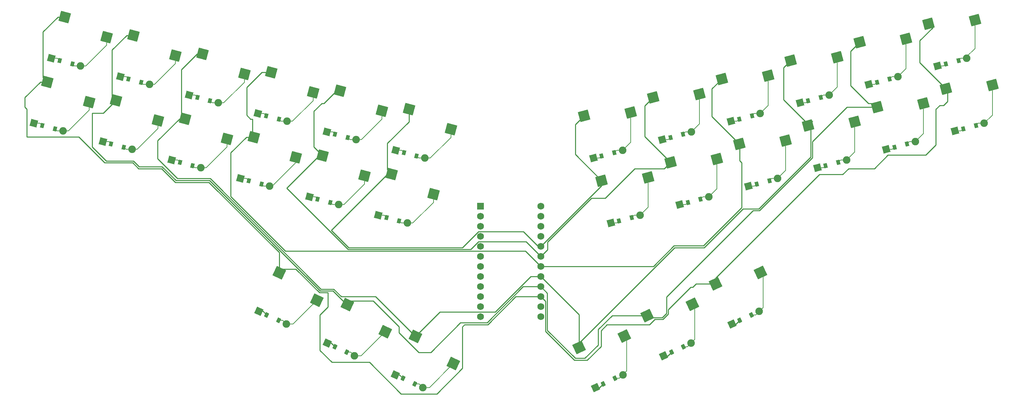
<source format=gbr>
%TF.GenerationSoftware,KiCad,Pcbnew,8.0.1*%
%TF.CreationDate,2024-08-13T22:00:52-05:00*%
%TF.ProjectId,tonyverse,746f6e79-7665-4727-9365-2e6b69636164,v1.0.0*%
%TF.SameCoordinates,Original*%
%TF.FileFunction,Copper,L2,Bot*%
%TF.FilePolarity,Positive*%
%FSLAX46Y46*%
G04 Gerber Fmt 4.6, Leading zero omitted, Abs format (unit mm)*
G04 Created by KiCad (PCBNEW 8.0.1) date 2024-08-13 22:00:52*
%MOMM*%
%LPD*%
G01*
G04 APERTURE LIST*
G04 Aperture macros list*
%AMRotRect*
0 Rectangle, with rotation*
0 The origin of the aperture is its center*
0 $1 length*
0 $2 width*
0 $3 Rotation angle, in degrees counterclockwise*
0 Add horizontal line*
21,1,$1,$2,0,0,$3*%
G04 Aperture macros list end*
%TA.AperFunction,SMDPad,CuDef*%
%ADD10RotRect,2.600000X2.600000X335.000000*%
%TD*%
%TA.AperFunction,ComponentPad*%
%ADD11RotRect,1.778000X1.778000X345.000000*%
%TD*%
%TA.AperFunction,SMDPad,CuDef*%
%ADD12RotRect,0.900000X1.200000X345.000000*%
%TD*%
%TA.AperFunction,ComponentPad*%
%ADD13C,1.905000*%
%TD*%
%TA.AperFunction,SMDPad,CuDef*%
%ADD14RotRect,2.600000X2.600000X15.000000*%
%TD*%
%TA.AperFunction,ComponentPad*%
%ADD15RotRect,1.778000X1.778000X15.000000*%
%TD*%
%TA.AperFunction,SMDPad,CuDef*%
%ADD16RotRect,0.900000X1.200000X15.000000*%
%TD*%
%TA.AperFunction,ComponentPad*%
%ADD17RotRect,1.778000X1.778000X335.000000*%
%TD*%
%TA.AperFunction,SMDPad,CuDef*%
%ADD18RotRect,0.900000X1.200000X335.000000*%
%TD*%
%TA.AperFunction,ComponentPad*%
%ADD19RotRect,1.778000X1.778000X25.000000*%
%TD*%
%TA.AperFunction,SMDPad,CuDef*%
%ADD20RotRect,0.900000X1.200000X25.000000*%
%TD*%
%TA.AperFunction,SMDPad,CuDef*%
%ADD21RotRect,2.600000X2.600000X345.000000*%
%TD*%
%TA.AperFunction,SMDPad,CuDef*%
%ADD22RotRect,2.600000X2.600000X25.000000*%
%TD*%
%TA.AperFunction,ComponentPad*%
%ADD23R,1.752600X1.752600*%
%TD*%
%TA.AperFunction,ComponentPad*%
%ADD24C,1.752600*%
%TD*%
%TA.AperFunction,Conductor*%
%ADD25C,0.200000*%
%TD*%
%TA.AperFunction,Conductor*%
%ADD26C,0.250000*%
%TD*%
G04 APERTURE END LIST*
D10*
%TO.P,S13,1*%
%TO.N,P7*%
X116714415Y-169903992D03*
%TO.P,S13,2*%
%TO.N,near_thumb*%
X126252509Y-176779110D03*
%TD*%
D11*
%TO.P,D7,1*%
%TO.N,P20*%
X106952970Y-145991032D03*
D12*
X109039369Y-146550084D03*
%TO.P,D7,2*%
%TO.N,middle_bottom*%
X112226925Y-147404184D03*
D13*
X114313324Y-147963236D03*
%TD*%
D14*
%TO.P,S16,1*%
%TO.N,P7*%
X285063868Y-123271650D03*
%TO.P,S16,2*%
%TO.N,mirror_pinky_bottom*%
X296789713Y-122407327D03*
%TD*%
D11*
%TO.P,D8,1*%
%TO.N,P21*%
X111352894Y-129570293D03*
D12*
X113439293Y-130129345D03*
%TO.P,D8,2*%
%TO.N,middle_top*%
X116626849Y-130983445D03*
D13*
X118713248Y-131542497D03*
%TD*%
D15*
%TO.P,D24,1*%
%TO.N,P0*%
X217834506Y-152621979D03*
D16*
X219920905Y-152062927D03*
%TO.P,D24,2*%
%TO.N,mirror_index_bottom*%
X223108461Y-151208827D03*
D13*
X225194860Y-150649775D03*
%TD*%
D14*
%TO.P,S21,1*%
%TO.N,P5*%
X245890614Y-116168397D03*
%TO.P,S21,2*%
%TO.N,mirror_better_top*%
X257616459Y-115304074D03*
%TD*%
D17*
%TO.P,D15,1*%
%TO.N,P10*%
X146041566Y-195661455D03*
D18*
X147999191Y-196574311D03*
%TO.P,D15,2*%
%TO.N,far_thumb*%
X150990007Y-197968951D03*
D13*
X152947632Y-198881807D03*
%TD*%
D19*
%TO.P,D28,1*%
%TO.N,P9*%
X231026559Y-182822313D03*
D20*
X232984184Y-181909457D03*
%TO.P,D28,2*%
%TO.N,mirror_near_thumb*%
X235975000Y-180514817D03*
D13*
X237932625Y-179601961D03*
%TD*%
D21*
%TO.P,S4,1*%
%TO.N,P6*%
X79930403Y-109814389D03*
%TO.P,S4,2*%
%TO.N,ring_top*%
X90517445Y-114928786D03*
%TD*%
D15*
%TO.P,D20,1*%
%TO.N,P0*%
X252607836Y-143304493D03*
D16*
X254694235Y-142745441D03*
%TO.P,D20,2*%
%TO.N,mirror_better_bottom*%
X257881791Y-141891341D03*
D13*
X259968190Y-141332289D03*
%TD*%
D21*
%TO.P,S10,1*%
%TO.N,P3*%
X132090397Y-123790618D03*
%TO.P,S10,2*%
%TO.N,index_top*%
X142677439Y-128905015D03*
%TD*%
D15*
%TO.P,D16,1*%
%TO.N,P0*%
X287381166Y-133987008D03*
D16*
X289467565Y-133427956D03*
%TO.P,D16,2*%
%TO.N,mirror_pinky_bottom*%
X292655121Y-132573856D03*
D13*
X294741520Y-132014804D03*
%TD*%
D17*
%TO.P,D14,1*%
%TO.N,P10*%
X128821718Y-187631708D03*
D18*
X130779343Y-188544564D03*
%TO.P,D14,2*%
%TO.N,home_thumb*%
X133770159Y-189939204D03*
D13*
X135727784Y-190852060D03*
%TD*%
D14*
%TO.P,S24,1*%
%TO.N,P3*%
X215517208Y-141906622D03*
%TO.P,S24,2*%
%TO.N,mirror_index_bottom*%
X227243053Y-141042299D03*
%TD*%
D13*
%TO.P,D1,2*%
%TO.N,pinky_bottom*%
X62153330Y-133987008D03*
D12*
X60066931Y-133427956D03*
%TO.P,D1,1*%
%TO.N,P20*%
X56879375Y-132573856D03*
D11*
X54792976Y-132014804D03*
%TD*%
D21*
%TO.P,S8,1*%
%TO.N,P4*%
X114703732Y-119131875D03*
%TO.P,S8,2*%
%TO.N,middle_top*%
X125290774Y-124246272D03*
%TD*%
D14*
%TO.P,S27,1*%
%TO.N,P2*%
X193730619Y-130144625D03*
%TO.P,S27,2*%
%TO.N,mirror_inner_top*%
X205456464Y-129280302D03*
%TD*%
D22*
%TO.P,S30,1*%
%TO.N,P5*%
X192444068Y-188731635D03*
%TO.P,S30,2*%
%TO.N,mirror_far_thumb*%
X203841683Y-185844272D03*
%TD*%
D15*
%TO.P,D18,1*%
%TO.N,P0*%
X269994501Y-138645750D03*
D16*
X272080900Y-138086698D03*
%TO.P,D18,2*%
%TO.N,mirror_ring_bottom*%
X275268456Y-137232598D03*
D13*
X277354855Y-136673546D03*
%TD*%
D15*
%TO.P,D21,1*%
%TO.N,P1*%
X248207912Y-126883754D03*
D16*
X250294311Y-126324702D03*
%TO.P,D21,2*%
%TO.N,mirror_better_top*%
X253481867Y-125470602D03*
D13*
X255568266Y-124911550D03*
%TD*%
D10*
%TO.P,S15,1*%
%TO.N,P5*%
X151154111Y-185963486D03*
%TO.P,S15,2*%
%TO.N,far_thumb*%
X160692205Y-192838604D03*
%TD*%
D21*
%TO.P,S9,1*%
%TO.N,P3*%
X127690473Y-140211357D03*
%TO.P,S9,2*%
%TO.N,index_bottom*%
X138277515Y-145325754D03*
%TD*%
%TO.P,S6,1*%
%TO.N,P5*%
X97317067Y-114473132D03*
%TO.P,S6,2*%
%TO.N,better_top*%
X107904109Y-119587529D03*
%TD*%
D11*
%TO.P,D12,1*%
%TO.N,P21*%
X146126224Y-138887779D03*
D12*
X148212623Y-139446831D03*
%TO.P,D12,2*%
%TO.N,inner_top*%
X151400179Y-140300931D03*
D13*
X153486578Y-140859983D03*
%TD*%
D15*
%TO.P,D27,1*%
%TO.N,P1*%
X196047918Y-140859983D03*
D16*
X198134317Y-140300931D03*
%TO.P,D27,2*%
%TO.N,mirror_inner_top*%
X201321873Y-139446831D03*
D13*
X203408272Y-138887779D03*
%TD*%
D23*
%TO.P,MCU1,1*%
%TO.N,RAW*%
X167527270Y-153037123D03*
D24*
%TO.P,MCU1,2*%
%TO.N,GND*%
X167527270Y-155577123D03*
%TO.P,MCU1,3*%
%TO.N,RST*%
X167527270Y-158117123D03*
%TO.P,MCU1,4*%
%TO.N,VCC*%
X167527270Y-160657123D03*
%TO.P,MCU1,5*%
%TO.N,P21*%
X167527270Y-163197123D03*
%TO.P,MCU1,6*%
%TO.N,P20*%
X167527270Y-165737123D03*
%TO.P,MCU1,7*%
%TO.N,P19*%
X167527270Y-168277123D03*
%TO.P,MCU1,8*%
%TO.N,P18*%
X167527270Y-170817123D03*
%TO.P,MCU1,9*%
%TO.N,P15*%
X167527270Y-173357123D03*
%TO.P,MCU1,10*%
%TO.N,P14*%
X167527270Y-175897123D03*
%TO.P,MCU1,11*%
%TO.N,P16*%
X167527270Y-178437123D03*
%TO.P,MCU1,12*%
%TO.N,P10*%
X167527270Y-180977123D03*
%TO.P,MCU1,13*%
%TO.N,P1*%
X182767270Y-153037123D03*
%TO.P,MCU1,14*%
%TO.N,P0*%
X182767270Y-155577123D03*
%TO.P,MCU1,15*%
%TO.N,GND*%
X182767270Y-158117123D03*
%TO.P,MCU1,16*%
X182767270Y-160657123D03*
%TO.P,MCU1,17*%
%TO.N,P2*%
X182767270Y-163197123D03*
%TO.P,MCU1,18*%
%TO.N,P3*%
X182767270Y-165737123D03*
%TO.P,MCU1,19*%
%TO.N,P4*%
X182767270Y-168277123D03*
%TO.P,MCU1,20*%
%TO.N,P5*%
X182767270Y-170817123D03*
%TO.P,MCU1,21*%
%TO.N,P6*%
X182767270Y-173357123D03*
%TO.P,MCU1,22*%
%TO.N,P7*%
X182767270Y-175897123D03*
%TO.P,MCU1,23*%
%TO.N,P8*%
X182767270Y-178437123D03*
%TO.P,MCU1,24*%
%TO.N,P9*%
X182767270Y-180977123D03*
%TD*%
D21*
%TO.P,S11,1*%
%TO.N,P2*%
X145077138Y-144870100D03*
%TO.P,S11,2*%
%TO.N,inner_bottom*%
X155664180Y-149984497D03*
%TD*%
%TO.P,S2,1*%
%TO.N,P7*%
X62543737Y-105155646D03*
%TO.P,S2,2*%
%TO.N,pinky_top*%
X73130779Y-110270043D03*
%TD*%
%TO.P,S7,1*%
%TO.N,P4*%
X110303808Y-135552614D03*
%TO.P,S7,2*%
%TO.N,middle_bottom*%
X120890850Y-140667011D03*
%TD*%
%TO.P,S1,1*%
%TO.N,P7*%
X58143814Y-121576385D03*
%TO.P,S1,2*%
%TO.N,pinky_bottom*%
X68730856Y-126690782D03*
%TD*%
D15*
%TO.P,D26,1*%
%TO.N,P0*%
X200447841Y-157280722D03*
D16*
X202534240Y-156721670D03*
%TO.P,D26,2*%
%TO.N,mirror_inner_bottom*%
X205721796Y-155867570D03*
D13*
X207808195Y-155308518D03*
%TD*%
D11*
%TO.P,D4,1*%
%TO.N,P21*%
X76579564Y-120252807D03*
D12*
X78665963Y-120811859D03*
%TO.P,D4,2*%
%TO.N,ring_top*%
X81853519Y-121665959D03*
D13*
X83939918Y-122225011D03*
%TD*%
D14*
%TO.P,S26,1*%
%TO.N,P2*%
X198130543Y-146565365D03*
%TO.P,S26,2*%
%TO.N,mirror_inner_bottom*%
X209856388Y-145701042D03*
%TD*%
%TO.P,S19,1*%
%TO.N,P6*%
X263277279Y-111509654D03*
%TO.P,S19,2*%
%TO.N,mirror_ring_top*%
X275003124Y-110645331D03*
%TD*%
D15*
%TO.P,D17,1*%
%TO.N,P1*%
X282981242Y-117566268D03*
D16*
X285067641Y-117007216D03*
%TO.P,D17,2*%
%TO.N,mirror_pinky_top*%
X288255197Y-116153116D03*
D13*
X290341596Y-115594064D03*
%TD*%
D11*
%TO.P,D2,1*%
%TO.N,P21*%
X59192899Y-115594064D03*
D12*
X61279298Y-116153116D03*
%TO.P,D2,2*%
%TO.N,pinky_top*%
X64466854Y-117007216D03*
D13*
X66553253Y-117566268D03*
%TD*%
D11*
%TO.P,D3,1*%
%TO.N,P20*%
X72179641Y-136673546D03*
D12*
X74266040Y-137232598D03*
%TO.P,D3,2*%
%TO.N,ring_bottom*%
X77453596Y-138086698D03*
D13*
X79539995Y-138645750D03*
%TD*%
D17*
%TO.P,D13,1*%
%TO.N,P10*%
X111601870Y-179601961D03*
D18*
X113559495Y-180514817D03*
%TO.P,D13,2*%
%TO.N,near_thumb*%
X116550311Y-181909457D03*
D13*
X118507936Y-182822313D03*
%TD*%
D21*
%TO.P,S5,1*%
%TO.N,P5*%
X92917143Y-130893871D03*
%TO.P,S5,2*%
%TO.N,better_bottom*%
X103504185Y-136008268D03*
%TD*%
D14*
%TO.P,S25,1*%
%TO.N,P3*%
X211117284Y-125485883D03*
%TO.P,S25,2*%
%TO.N,mirror_index_top*%
X222843129Y-124621560D03*
%TD*%
D10*
%TO.P,S14,1*%
%TO.N,P6*%
X133934263Y-177933739D03*
%TO.P,S14,2*%
%TO.N,home_thumb*%
X143472357Y-184808857D03*
%TD*%
D15*
%TO.P,D19,1*%
%TO.N,P1*%
X265594577Y-122225011D03*
D16*
X267680976Y-121665959D03*
%TO.P,D19,2*%
%TO.N,mirror_ring_top*%
X270868532Y-120811859D03*
D13*
X272954931Y-120252807D03*
%TD*%
D15*
%TO.P,D23,1*%
%TO.N,P1*%
X230821247Y-131542497D03*
D16*
X232907646Y-130983445D03*
%TO.P,D23,2*%
%TO.N,mirror_middle_top*%
X236095202Y-130129345D03*
D13*
X238181601Y-129570293D03*
%TD*%
D14*
%TO.P,S20,1*%
%TO.N,P5*%
X250290538Y-132589136D03*
%TO.P,S20,2*%
%TO.N,mirror_better_bottom*%
X262016383Y-131724813D03*
%TD*%
%TO.P,S22,1*%
%TO.N,P4*%
X232903873Y-137247879D03*
%TO.P,S22,2*%
%TO.N,mirror_middle_bottom*%
X244629718Y-136383556D03*
%TD*%
D21*
%TO.P,S12,1*%
%TO.N,P2*%
X149477062Y-128449360D03*
%TO.P,S12,2*%
%TO.N,inner_top*%
X160064104Y-133563757D03*
%TD*%
D11*
%TO.P,D10,1*%
%TO.N,P21*%
X128739559Y-134229036D03*
D12*
X130825958Y-134788088D03*
%TO.P,D10,2*%
%TO.N,index_top*%
X134013514Y-135642188D03*
D13*
X136099913Y-136201240D03*
%TD*%
D21*
%TO.P,S3,1*%
%TO.N,P6*%
X75530479Y-126235128D03*
%TO.P,S3,2*%
%TO.N,ring_bottom*%
X86117521Y-131349525D03*
%TD*%
D15*
%TO.P,D25,1*%
%TO.N,P1*%
X213434582Y-136201240D03*
D16*
X215520981Y-135642188D03*
%TO.P,D25,2*%
%TO.N,mirror_index_top*%
X218708537Y-134788088D03*
D13*
X220794936Y-134229036D03*
%TD*%
D22*
%TO.P,S28,1*%
%TO.N,P7*%
X226883764Y-172672141D03*
%TO.P,S28,2*%
%TO.N,mirror_near_thumb*%
X238281379Y-169784778D03*
%TD*%
D19*
%TO.P,D30,1*%
%TO.N,P9*%
X196586863Y-198881807D03*
D20*
X198544488Y-197968951D03*
%TO.P,D30,2*%
%TO.N,mirror_far_thumb*%
X201535304Y-196574311D03*
D13*
X203492929Y-195661455D03*
%TD*%
D14*
%TO.P,S18,1*%
%TO.N,P6*%
X267677203Y-127930393D03*
%TO.P,S18,2*%
%TO.N,mirror_ring_bottom*%
X279403048Y-127066070D03*
%TD*%
D11*
%TO.P,D5,1*%
%TO.N,P20*%
X89566305Y-141332289D03*
D12*
X91652704Y-141891341D03*
%TO.P,D5,2*%
%TO.N,better_bottom*%
X94840260Y-142745441D03*
D13*
X96926659Y-143304493D03*
%TD*%
D15*
%TO.P,D22,1*%
%TO.N,P0*%
X235221171Y-147963236D03*
D16*
X237307570Y-147404184D03*
%TO.P,D22,2*%
%TO.N,mirror_middle_bottom*%
X240495126Y-146550084D03*
D13*
X242581525Y-145991032D03*
%TD*%
D14*
%TO.P,S17,1*%
%TO.N,P7*%
X280663944Y-106850911D03*
%TO.P,S17,2*%
%TO.N,mirror_pinky_top*%
X292389789Y-105986588D03*
%TD*%
D11*
%TO.P,D6,1*%
%TO.N,P21*%
X93966229Y-124911550D03*
D12*
X96052628Y-125470602D03*
%TO.P,D6,2*%
%TO.N,better_top*%
X99240184Y-126324702D03*
D13*
X101326583Y-126883754D03*
%TD*%
D19*
%TO.P,D29,1*%
%TO.N,P9*%
X213806711Y-190852060D03*
D20*
X215764336Y-189939204D03*
%TO.P,D29,2*%
%TO.N,mirror_home_thumb*%
X218755152Y-188544564D03*
D13*
X220712777Y-187631708D03*
%TD*%
D14*
%TO.P,S23,1*%
%TO.N,P4*%
X228503949Y-120827140D03*
%TO.P,S23,2*%
%TO.N,mirror_middle_top*%
X240229794Y-119962817D03*
%TD*%
D22*
%TO.P,S29,1*%
%TO.N,P6*%
X209663916Y-180701888D03*
%TO.P,S29,2*%
%TO.N,mirror_home_thumb*%
X221061531Y-177814525D03*
%TD*%
D11*
%TO.P,D9,1*%
%TO.N,P20*%
X124339635Y-150649775D03*
D12*
X126426034Y-151208827D03*
%TO.P,D9,2*%
%TO.N,index_bottom*%
X129613590Y-152062927D03*
D13*
X131699989Y-152621979D03*
%TD*%
D11*
%TO.P,D11,1*%
%TO.N,P20*%
X141726300Y-155308518D03*
D12*
X143812699Y-155867570D03*
%TO.P,D11,2*%
%TO.N,inner_bottom*%
X147000255Y-156721670D03*
D13*
X149086654Y-157280722D03*
%TD*%
D25*
%TO.N,mirror_pinky_bottom*%
X293214173Y-132014804D02*
X294741520Y-132014804D01*
X292655121Y-132573856D02*
X293214173Y-132014804D01*
D26*
%TO.N,P3*%
X213923830Y-143500000D02*
X215517208Y-141906622D01*
X199000000Y-151000000D02*
X206500000Y-143500000D01*
X195600789Y-151000000D02*
X199000000Y-151000000D01*
X184500000Y-164004393D02*
X184500000Y-162100789D01*
X184500000Y-162100789D02*
X195600789Y-151000000D01*
X206500000Y-143500000D02*
X213923830Y-143500000D01*
X182767270Y-165737123D02*
X184500000Y-164004393D01*
D25*
%TO.N,P1*%
X284508589Y-117566268D02*
X285067641Y-117007216D01*
X282981242Y-117566268D02*
X284508589Y-117566268D01*
%TO.N,mirror_better_bottom*%
X262016383Y-139284096D02*
X262016383Y-131724813D01*
X259968190Y-141332289D02*
X262016383Y-139284096D01*
D26*
%TO.N,P6*%
X260069607Y-127930393D02*
X267677203Y-127930393D01*
X251357226Y-140779170D02*
X251357226Y-136642774D01*
X236357373Y-154142627D02*
X237993769Y-154142627D01*
X214507074Y-175992926D02*
X236357373Y-154142627D01*
X251357226Y-136642774D02*
X260069607Y-127930393D01*
X214507074Y-180094464D02*
X214507074Y-175992926D01*
X210154842Y-181192814D02*
X213408724Y-181192814D01*
X209663916Y-180701888D02*
X210154842Y-181192814D01*
X213408724Y-181192814D02*
X214507074Y-180094464D01*
X237993769Y-154142627D02*
X251357226Y-140779170D01*
D25*
%TO.N,P1*%
X267121924Y-122225011D02*
X267680976Y-121665959D01*
X265594577Y-122225011D02*
X267121924Y-122225011D01*
%TO.N,mirror_ring_top*%
X275003124Y-118204614D02*
X275003124Y-110645331D01*
X272954931Y-120252807D02*
X275003124Y-118204614D01*
X270868532Y-120811859D02*
X271427584Y-120252807D01*
X271427584Y-120252807D02*
X272954931Y-120252807D01*
%TO.N,mirror_pinky_top*%
X292389789Y-113110211D02*
X292389789Y-105986588D01*
X290341596Y-115158404D02*
X292389789Y-113110211D01*
X290341596Y-115594064D02*
X290341596Y-115158404D01*
X288814249Y-115594064D02*
X290341596Y-115594064D01*
X288255197Y-116153116D02*
X288814249Y-115594064D01*
%TO.N,mirror_pinky_bottom*%
X296789713Y-129966611D02*
X296789713Y-122407327D01*
X294741520Y-132014804D02*
X296789713Y-129966611D01*
%TO.N,P0*%
X288908513Y-133987008D02*
X289467565Y-133427956D01*
X287381166Y-133987008D02*
X288908513Y-133987008D01*
%TO.N,mirror_better_bottom*%
X257881791Y-141891341D02*
X258440843Y-141332289D01*
X258440843Y-141332289D02*
X259968190Y-141332289D01*
%TO.N,P0*%
X254135183Y-143304493D02*
X254694235Y-142745441D01*
X252607836Y-143304493D02*
X254135183Y-143304493D01*
%TO.N,mirror_ring_bottom*%
X279403048Y-134625353D02*
X279403048Y-127066070D01*
X277354855Y-136673546D02*
X279403048Y-134625353D01*
X275827508Y-136673546D02*
X277354855Y-136673546D01*
X275268456Y-137232598D02*
X275827508Y-136673546D01*
%TO.N,P0*%
X271521848Y-138645750D02*
X272080900Y-138086698D01*
X269994501Y-138645750D02*
X271521848Y-138645750D01*
D26*
%TO.N,P7*%
X283500000Y-127500000D02*
X284500000Y-127500000D01*
X282500000Y-128500000D02*
X283500000Y-127500000D01*
X282500000Y-137500000D02*
X282500000Y-128500000D01*
X279940452Y-140059548D02*
X282500000Y-137500000D01*
X267000000Y-143500000D02*
X270440452Y-140059548D01*
X260500000Y-143500000D02*
X267000000Y-143500000D01*
X253121514Y-145000000D02*
X259000000Y-145000000D01*
X259000000Y-145000000D02*
X260500000Y-143500000D01*
X226883764Y-171237750D02*
X253121514Y-145000000D01*
X226883764Y-172672141D02*
X226883764Y-171237750D01*
X270440452Y-140059548D02*
X279940452Y-140059548D01*
D25*
%TO.N,mirror_better_top*%
X257616459Y-122863357D02*
X257616459Y-115304074D01*
X255568266Y-124911550D02*
X257616459Y-122863357D01*
X254040919Y-124911550D02*
X255568266Y-124911550D01*
X253481867Y-125470602D02*
X254040919Y-124911550D01*
%TO.N,P1*%
X249735259Y-126883754D02*
X250294311Y-126324702D01*
X248207912Y-126883754D02*
X249735259Y-126883754D01*
%TO.N,mirror_middle_top*%
X240229794Y-127522100D02*
X240229794Y-119962817D01*
X238181601Y-129570293D02*
X240229794Y-127522100D01*
X236095202Y-130129345D02*
X236654254Y-129570293D01*
X236654254Y-129570293D02*
X238181601Y-129570293D01*
%TO.N,P1*%
X232348594Y-131542497D02*
X232907646Y-130983445D01*
X230821247Y-131542497D02*
X232348594Y-131542497D01*
%TO.N,mirror_middle_bottom*%
X242581525Y-145991032D02*
X244629718Y-143942839D01*
X244629718Y-143942839D02*
X244629718Y-136383556D01*
X241054178Y-145991032D02*
X242581525Y-145991032D01*
X240495126Y-146550084D02*
X241054178Y-145991032D01*
%TO.N,P0*%
X236748518Y-147963236D02*
X237307570Y-147404184D01*
X235221171Y-147963236D02*
X236748518Y-147963236D01*
%TO.N,mirror_index_bottom*%
X227243053Y-148601582D02*
X227243053Y-141042299D01*
X225194860Y-150649775D02*
X227243053Y-148601582D01*
D26*
%TO.N,P4*%
X211194618Y-168277123D02*
X182767270Y-168277123D01*
X233520561Y-153343043D02*
X223813604Y-163050000D01*
X223813604Y-163050000D02*
X216421741Y-163050000D01*
X233520561Y-142020561D02*
X233520561Y-153343043D01*
X233000000Y-141500000D02*
X233520561Y-142020561D01*
X233000000Y-137344006D02*
X233000000Y-141500000D01*
X216421741Y-163050000D02*
X211194618Y-168277123D01*
X232903873Y-137247879D02*
X233000000Y-137344006D01*
D25*
%TO.N,mirror_index_bottom*%
X223667513Y-150649775D02*
X225194860Y-150649775D01*
X223108461Y-151208827D02*
X223667513Y-150649775D01*
%TO.N,P0*%
X219361853Y-152621979D02*
X219920905Y-152062927D01*
X217834506Y-152621979D02*
X219361853Y-152621979D01*
%TO.N,mirror_index_top*%
X220794936Y-134229036D02*
X222843129Y-132180843D01*
X222843129Y-132180843D02*
X222843129Y-124621560D01*
X219267589Y-134229036D02*
X220794936Y-134229036D01*
X218708537Y-134788088D02*
X219267589Y-134229036D01*
%TO.N,P1*%
X214961929Y-136201240D02*
X215520981Y-135642188D01*
X213434582Y-136201240D02*
X214961929Y-136201240D01*
%TO.N,mirror_inner_top*%
X205456464Y-136839587D02*
X205456464Y-129280302D01*
X203408272Y-138887779D02*
X205456464Y-136839587D01*
X201880925Y-138887779D02*
X203408272Y-138887779D01*
X201321873Y-139446831D02*
X201880925Y-138887779D01*
%TO.N,P1*%
X197575265Y-140859983D02*
X198134317Y-140300931D01*
X196047918Y-140859983D02*
X197575265Y-140859983D01*
%TO.N,mirror_inner_bottom*%
X209856388Y-153260325D02*
X209856388Y-145701042D01*
X207808195Y-155308518D02*
X209856388Y-153260325D01*
X206280848Y-155308518D02*
X207808195Y-155308518D01*
X205721796Y-155867570D02*
X206280848Y-155308518D01*
%TO.N,P0*%
X201975188Y-157280722D02*
X202534240Y-156721670D01*
X200447841Y-157280722D02*
X201975188Y-157280722D01*
%TO.N,mirror_near_thumb*%
X238885125Y-178649461D02*
X238885125Y-170388524D01*
X237932625Y-179601961D02*
X238885125Y-178649461D01*
X238885125Y-170388524D02*
X238281379Y-169784778D01*
X237019769Y-180514817D02*
X237932625Y-179601961D01*
X235975000Y-180514817D02*
X237019769Y-180514817D01*
D26*
%TO.N,P9*%
X232071328Y-182822313D02*
X232984184Y-181909457D01*
X231026559Y-182822313D02*
X232071328Y-182822313D01*
D25*
%TO.N,mirror_home_thumb*%
X221665277Y-178418271D02*
X221061531Y-177814525D01*
X220712777Y-187631708D02*
X221665277Y-186679208D01*
X221665277Y-186679208D02*
X221665277Y-178418271D01*
D26*
%TO.N,P7*%
X221968181Y-172672141D02*
X226883764Y-172672141D01*
X220636396Y-173500000D02*
X221140322Y-173500000D01*
X214957074Y-179179322D02*
X220636396Y-173500000D01*
X213595120Y-181642814D02*
X214957074Y-180280860D01*
X210181824Y-183000000D02*
X211539010Y-181642814D01*
X199500000Y-183000000D02*
X210181824Y-183000000D01*
X198000000Y-184500000D02*
X199500000Y-183000000D01*
X211539010Y-181642814D02*
X213595120Y-181642814D01*
X198000000Y-188500000D02*
X198000000Y-184500000D01*
X214957074Y-180280860D02*
X214957074Y-179179322D01*
X191250000Y-192000000D02*
X194500000Y-192000000D01*
X183968570Y-184718570D02*
X191250000Y-192000000D01*
X194500000Y-192000000D02*
X198000000Y-188500000D01*
X221140322Y-173500000D02*
X221968181Y-172672141D01*
X182767270Y-175897123D02*
X183968570Y-177098423D01*
X183968570Y-177098423D02*
X183968570Y-184718570D01*
D25*
%TO.N,mirror_home_thumb*%
X219799921Y-188544564D02*
X220712777Y-187631708D01*
X218755152Y-188544564D02*
X219799921Y-188544564D01*
D26*
%TO.N,P9*%
X214851480Y-190852060D02*
X215764336Y-189939204D01*
X213806711Y-190852060D02*
X214851480Y-190852060D01*
D25*
%TO.N,mirror_far_thumb*%
X204445429Y-186448018D02*
X203841683Y-185844272D01*
X204445429Y-194708955D02*
X204445429Y-186448018D01*
X203492929Y-195661455D02*
X204445429Y-194708955D01*
X202580073Y-196574311D02*
X203492929Y-195661455D01*
X201535304Y-196574311D02*
X202580073Y-196574311D01*
D26*
%TO.N,P9*%
X197631632Y-198881807D02*
X198544488Y-197968951D01*
X196586863Y-198881807D02*
X197631632Y-198881807D01*
%TO.N,P6*%
X200798112Y-180701888D02*
X209663916Y-180701888D01*
X197287226Y-188124211D02*
X197287226Y-184212774D01*
X191500000Y-191500000D02*
X193911437Y-191500000D01*
X193911437Y-191500000D02*
X197287226Y-188124211D01*
X184418570Y-184418570D02*
X191500000Y-191500000D01*
X197287226Y-184212774D02*
X200798112Y-180701888D01*
X184418570Y-175008423D02*
X184418570Y-184418570D01*
X182767270Y-173357123D02*
X184418570Y-175008423D01*
X134912496Y-176955506D02*
X133934263Y-177933739D01*
X140455506Y-176955506D02*
X134912496Y-176955506D01*
X152000000Y-190000000D02*
X147000000Y-185000000D01*
X155000000Y-190000000D02*
X152000000Y-190000000D01*
X162500000Y-182500000D02*
X155000000Y-190000000D01*
X169196734Y-182500000D02*
X162500000Y-182500000D01*
X147000000Y-185000000D02*
X147000000Y-183500000D01*
X178339611Y-173357123D02*
X169196734Y-182500000D01*
X147000000Y-183500000D02*
X140455506Y-176955506D01*
X182767270Y-173357123D02*
X178339611Y-173357123D01*
%TO.N,P5*%
X91571284Y-130893871D02*
X92917143Y-130893871D01*
X86000000Y-141000000D02*
X86000000Y-136465155D01*
X99272792Y-146000000D02*
X91000000Y-146000000D01*
X86000000Y-136465155D02*
X91571284Y-130893871D01*
X127272792Y-174000000D02*
X99272792Y-146000000D01*
X91000000Y-146000000D02*
X86000000Y-141000000D01*
X132381135Y-175881135D02*
X130500000Y-174000000D01*
X130500000Y-174000000D02*
X127272792Y-174000000D01*
X151154111Y-185963486D02*
X141071760Y-175881135D01*
X141071760Y-175881135D02*
X132381135Y-175881135D01*
%TO.N,P7*%
X120925759Y-168925759D02*
X117692648Y-168925759D01*
X126900000Y-174900000D02*
X120925759Y-168925759D01*
X129000000Y-178500000D02*
X129000000Y-174900000D01*
X127000000Y-189500000D02*
X127000000Y-180500000D01*
X127000000Y-180500000D02*
X129000000Y-178500000D01*
X139500000Y-192500000D02*
X130000000Y-192500000D01*
X147500000Y-200500000D02*
X139500000Y-192500000D01*
X156500000Y-200500000D02*
X147500000Y-200500000D01*
X163000000Y-194000000D02*
X156500000Y-200500000D01*
X129000000Y-174900000D02*
X126900000Y-174900000D01*
X163000000Y-183500000D02*
X163000000Y-194000000D01*
X163550000Y-182950000D02*
X163000000Y-183500000D01*
X130000000Y-192500000D02*
X127000000Y-189500000D01*
X169383130Y-182950000D02*
X163550000Y-182950000D01*
X176436007Y-175897123D02*
X169383130Y-182950000D01*
X182767270Y-175897123D02*
X176436007Y-175897123D01*
X117692648Y-168925759D02*
X116714415Y-169903992D01*
D25*
%TO.N,far_thumb*%
X154649002Y-198881807D02*
X160692205Y-192838604D01*
X152947632Y-198881807D02*
X154649002Y-198881807D01*
%TO.N,home_thumb*%
X135727784Y-190852060D02*
X137429154Y-190852060D01*
X137429154Y-190852060D02*
X143472357Y-184808857D01*
%TO.N,near_thumb*%
X118507936Y-182822313D02*
X120209306Y-182822313D01*
X120209306Y-182822313D02*
X126252509Y-176779110D01*
D26*
%TO.N,P6*%
X72265607Y-129500000D02*
X75530479Y-126235128D01*
X69500000Y-129500000D02*
X72265607Y-129500000D01*
X69500000Y-138000000D02*
X69500000Y-129500000D01*
X73050000Y-141550000D02*
X69500000Y-138000000D01*
X79911992Y-141550000D02*
X73050000Y-141550000D01*
X87136396Y-143000000D02*
X81361992Y-143000000D01*
X81361992Y-143000000D02*
X79911992Y-141550000D01*
X90636396Y-146500000D02*
X87136396Y-143000000D01*
X99136396Y-146500000D02*
X90636396Y-146500000D01*
X127086396Y-174450000D02*
X99136396Y-146500000D01*
X130313604Y-174450000D02*
X127086396Y-174450000D01*
X133797343Y-177933739D02*
X130313604Y-174450000D01*
X133934263Y-177933739D02*
X133797343Y-177933739D01*
D25*
%TO.N,near_thumb*%
X117595080Y-181909457D02*
X118507936Y-182822313D01*
X116550311Y-181909457D02*
X117595080Y-181909457D01*
D26*
%TO.N,P10*%
X112646639Y-179601961D02*
X113559495Y-180514817D01*
X111601870Y-179601961D02*
X112646639Y-179601961D01*
X129866487Y-187631708D02*
X130779343Y-188544564D01*
X128821718Y-187631708D02*
X129866487Y-187631708D01*
D25*
%TO.N,home_thumb*%
X133770159Y-189939204D02*
X134814928Y-189939204D01*
X134814928Y-189939204D02*
X135727784Y-190852060D01*
%TO.N,far_thumb*%
X152034776Y-197968951D02*
X152947632Y-198881807D01*
X150990007Y-197968951D02*
X152034776Y-197968951D01*
D26*
%TO.N,P10*%
X147086335Y-195661455D02*
X147999191Y-196574311D01*
X146041566Y-195661455D02*
X147086335Y-195661455D01*
D25*
%TO.N,middle_bottom*%
X120890850Y-142012870D02*
X120890850Y-140667011D01*
X114940484Y-147963236D02*
X120890850Y-142012870D01*
X114313324Y-147963236D02*
X114940484Y-147963236D01*
%TO.N,inner_top*%
X154833616Y-140859983D02*
X160064104Y-135629495D01*
X160064104Y-135629495D02*
X160064104Y-133563757D01*
X153486578Y-140859983D02*
X154833616Y-140859983D01*
%TO.N,inner_bottom*%
X150433692Y-157280722D02*
X155664180Y-152050234D01*
X149086654Y-157280722D02*
X150433692Y-157280722D01*
X155664180Y-152050234D02*
X155664180Y-149984497D01*
D26*
%TO.N,P2*%
X144129900Y-144870100D02*
X145077138Y-144870100D01*
X162987075Y-163498423D02*
X134271215Y-163498423D01*
X167029675Y-159455823D02*
X162987075Y-163498423D01*
X129886396Y-159113604D02*
X144129900Y-144870100D01*
X178423370Y-159455823D02*
X167029675Y-159455823D01*
X182465970Y-163498423D02*
X178423370Y-159455823D01*
X134271215Y-163498423D02*
X129886396Y-159113604D01*
X182767270Y-163197123D02*
X182465970Y-163498423D01*
%TO.N,P4*%
X104500000Y-139500000D02*
X108447386Y-135552614D01*
X118307611Y-164398423D02*
X104500000Y-150590812D01*
X104500000Y-150590812D02*
X104500000Y-139500000D01*
X108447386Y-135552614D02*
X110303808Y-135552614D01*
X182767270Y-168277123D02*
X178888570Y-164398423D01*
X178888570Y-164398423D02*
X118307611Y-164398423D01*
%TO.N,P3*%
X179025970Y-161995823D02*
X182767270Y-165737123D01*
X167029675Y-161995823D02*
X179025970Y-161995823D01*
X165077075Y-163948423D02*
X167029675Y-161995823D01*
X118568198Y-148431802D02*
X134084819Y-163948423D01*
X126788643Y-140211357D02*
X118568198Y-148431802D01*
X127690473Y-140211357D02*
X126788643Y-140211357D01*
X134084819Y-163948423D02*
X165077075Y-163948423D01*
%TO.N,P7*%
X52500000Y-125500000D02*
X56423615Y-121576385D01*
X52500000Y-127984311D02*
X52500000Y-125500000D01*
X53000000Y-128484311D02*
X52500000Y-127984311D01*
X53000000Y-135500000D02*
X53000000Y-128484311D01*
X66156851Y-135500000D02*
X53000000Y-135500000D01*
X72656851Y-142000000D02*
X66156851Y-135500000D01*
X81225596Y-143500000D02*
X79725596Y-142000000D01*
X99000000Y-147000000D02*
X90500000Y-147000000D01*
X56423615Y-121576385D02*
X58143814Y-121576385D01*
X79725596Y-142000000D02*
X72656851Y-142000000D01*
X116714415Y-164714415D02*
X99000000Y-147000000D01*
X87000000Y-143500000D02*
X81225596Y-143500000D01*
X116714415Y-169903992D02*
X116714415Y-164714415D01*
X90500000Y-147000000D02*
X87000000Y-143500000D01*
D25*
%TO.N,index_bottom*%
X133047027Y-152621979D02*
X138277515Y-147391491D01*
X138277515Y-147391491D02*
X138277515Y-145325754D01*
X131699989Y-152621979D02*
X133047027Y-152621979D01*
%TO.N,P21*%
X147653571Y-138887779D02*
X148212623Y-139446831D01*
X146126224Y-138887779D02*
X147653571Y-138887779D01*
%TO.N,inner_top*%
X151959231Y-140859983D02*
X153486578Y-140859983D01*
X151400179Y-140300931D02*
X151959231Y-140859983D01*
%TO.N,inner_bottom*%
X147559307Y-157280722D02*
X149086654Y-157280722D01*
X147000255Y-156721670D02*
X147559307Y-157280722D01*
%TO.N,P20*%
X143253647Y-155308518D02*
X143812699Y-155867570D01*
X141726300Y-155308518D02*
X143253647Y-155308518D01*
%TO.N,index_bottom*%
X130172642Y-152621979D02*
X131699989Y-152621979D01*
X129613590Y-152062927D02*
X130172642Y-152621979D01*
%TO.N,P20*%
X125866982Y-150649775D02*
X126426034Y-151208827D01*
X124339635Y-150649775D02*
X125866982Y-150649775D01*
%TO.N,middle_bottom*%
X112785977Y-147963236D02*
X114313324Y-147963236D01*
X112226925Y-147404184D02*
X112785977Y-147963236D01*
%TO.N,P20*%
X108480317Y-145991032D02*
X109039369Y-146550084D01*
X106952970Y-145991032D02*
X108480317Y-145991032D01*
D26*
%TO.N,P4*%
X112368125Y-119131875D02*
X114703732Y-119131875D01*
X108500000Y-130000000D02*
X108500000Y-123000000D01*
X109484091Y-130984091D02*
X108500000Y-130000000D01*
X110000000Y-130984091D02*
X109484091Y-130984091D01*
X110000000Y-135248806D02*
X110000000Y-130984091D01*
X110303808Y-135552614D02*
X110000000Y-135248806D01*
X108500000Y-123000000D02*
X112368125Y-119131875D01*
%TO.N,P5*%
X92917143Y-131417143D02*
X93334286Y-131000000D01*
X92917143Y-130893871D02*
X92917143Y-131417143D01*
X93334286Y-131000000D02*
X93500000Y-131000000D01*
%TO.N,P3*%
X125500000Y-138020884D02*
X127690473Y-140211357D01*
X127500000Y-127000000D02*
X125500000Y-129000000D01*
X131209382Y-123790618D02*
X127999999Y-127000000D01*
X125500000Y-129000000D02*
X125500000Y-138020884D01*
X132090397Y-123790618D02*
X131209382Y-123790618D01*
X127999999Y-127000000D02*
X127500000Y-127000000D01*
D25*
%TO.N,index_top*%
X142677439Y-130970752D02*
X142677439Y-128905015D01*
X137446951Y-136201240D02*
X142677439Y-130970752D01*
X136099913Y-136201240D02*
X137446951Y-136201240D01*
%TO.N,P21*%
X130266906Y-134229036D02*
X130825958Y-134788088D01*
X128739559Y-134229036D02*
X130266906Y-134229036D01*
%TO.N,index_top*%
X134572566Y-136201240D02*
X136099913Y-136201240D01*
X134013514Y-135642188D02*
X134572566Y-136201240D01*
%TO.N,middle_top*%
X125290774Y-126312009D02*
X125290774Y-124246272D01*
X120060286Y-131542497D02*
X125290774Y-126312009D01*
X118713248Y-131542497D02*
X120060286Y-131542497D01*
%TO.N,P21*%
X78106911Y-120252807D02*
X78665963Y-120811859D01*
X76579564Y-120252807D02*
X78106911Y-120252807D01*
X95493576Y-124911550D02*
X96052628Y-125470602D01*
X93966229Y-124911550D02*
X95493576Y-124911550D01*
X111352894Y-129570293D02*
X112880241Y-129570293D01*
X112880241Y-129570293D02*
X113439293Y-130129345D01*
%TO.N,middle_top*%
X117185901Y-131542497D02*
X118713248Y-131542497D01*
X116626849Y-130983445D02*
X117185901Y-131542497D01*
%TO.N,better_top*%
X107904109Y-121653266D02*
X107904109Y-119587529D01*
X102673621Y-126883754D02*
X107904109Y-121653266D01*
X101326583Y-126883754D02*
X102673621Y-126883754D01*
X99799236Y-126883754D02*
X101326583Y-126883754D01*
X99240184Y-126324702D02*
X99799236Y-126883754D01*
%TO.N,better_bottom*%
X103504185Y-138074005D02*
X103504185Y-136008268D01*
X98273697Y-143304493D02*
X103504185Y-138074005D01*
X96926659Y-143304493D02*
X98273697Y-143304493D01*
%TO.N,ring_bottom*%
X86117521Y-133415262D02*
X86117521Y-131349525D01*
X79539995Y-138645750D02*
X80887033Y-138645750D01*
X80887033Y-138645750D02*
X86117521Y-133415262D01*
%TO.N,pinky_top*%
X73130779Y-112335780D02*
X73130779Y-110270043D01*
X67900291Y-117566268D02*
X73130779Y-112335780D01*
X66553253Y-117566268D02*
X67900291Y-117566268D01*
%TO.N,ring_top*%
X90517445Y-116994522D02*
X90517445Y-114928786D01*
X85286956Y-122225011D02*
X90517445Y-116994522D01*
X83939918Y-122225011D02*
X85286956Y-122225011D01*
X82412571Y-122225011D02*
X83939918Y-122225011D01*
X81853519Y-121665959D02*
X82412571Y-122225011D01*
%TO.N,better_bottom*%
X95399312Y-143304493D02*
X96926659Y-143304493D01*
X94840260Y-142745441D02*
X95399312Y-143304493D01*
%TO.N,P20*%
X91093652Y-141332289D02*
X91652704Y-141891341D01*
X89566305Y-141332289D02*
X91093652Y-141332289D01*
%TO.N,ring_bottom*%
X77453596Y-138086698D02*
X78012648Y-138645750D01*
X78012648Y-138645750D02*
X79539995Y-138645750D01*
%TO.N,P20*%
X73706988Y-136673546D02*
X72179641Y-136673546D01*
X74266040Y-137232598D02*
X73706988Y-136673546D01*
%TO.N,pinky_top*%
X64466854Y-117007216D02*
X65025906Y-117566268D01*
X65025906Y-117566268D02*
X66553253Y-117566268D01*
%TO.N,P21*%
X60720246Y-115594064D02*
X59192899Y-115594064D01*
X61279298Y-116153116D02*
X60720246Y-115594064D01*
%TO.N,P20*%
X56320323Y-132014804D02*
X54792976Y-132014804D01*
X56879375Y-132573856D02*
X56320323Y-132014804D01*
%TO.N,pinky_bottom*%
X60625983Y-133987008D02*
X62153330Y-133987008D01*
X60066931Y-133427956D02*
X60625983Y-133987008D01*
X68730856Y-128756520D02*
X68730856Y-126690782D01*
X63500368Y-133987008D02*
X68730856Y-128756520D01*
X62153330Y-133987008D02*
X63500368Y-133987008D01*
D26*
%TO.N,P7*%
X57082368Y-120514939D02*
X57082368Y-108917632D01*
X285063868Y-123271650D02*
X285500000Y-123707782D01*
X60844354Y-105155646D02*
X62543737Y-105155646D01*
X281725390Y-107912357D02*
X278500000Y-111137747D01*
X278500000Y-116707782D02*
X285063868Y-123271650D01*
X57082368Y-108917632D02*
X60844354Y-105155646D01*
X280663944Y-106850911D02*
X281725390Y-107912357D01*
X285500000Y-126500000D02*
X284500000Y-127500000D01*
X278500000Y-111137747D02*
X278500000Y-116707782D01*
X58143814Y-121576385D02*
X57082368Y-120514939D01*
X285500000Y-123707782D02*
X285500000Y-126500000D01*
%TO.N,P6*%
X265511662Y-127011662D02*
X261000000Y-122500000D01*
X74500000Y-113500000D02*
X74500000Y-125204649D01*
X74500000Y-125204649D02*
X75530479Y-126235128D01*
X267677203Y-127930393D02*
X268595934Y-127011662D01*
X79930403Y-109814389D02*
X78185611Y-109814389D01*
X261000000Y-113786933D02*
X263277279Y-111509654D01*
X78185611Y-109814389D02*
X74500000Y-113500000D01*
X261000000Y-122500000D02*
X261000000Y-113786933D01*
X268595934Y-127011662D02*
X265511662Y-127011662D01*
%TO.N,P5*%
X216608137Y-163500000D02*
X224000000Y-163500000D01*
X192444068Y-180493921D02*
X192444068Y-188731635D01*
X244055502Y-118003509D02*
X245890614Y-116168397D01*
X180243215Y-170817123D02*
X182767270Y-170817123D01*
X237807373Y-153692627D02*
X250907226Y-140592774D01*
X92000000Y-129976728D02*
X92917143Y-130893871D01*
X244055502Y-126055502D02*
X244055502Y-118003509D01*
X250101251Y-132101251D02*
X244055502Y-126055502D01*
X157341774Y-179775823D02*
X171284515Y-179775823D01*
X250907226Y-133205824D02*
X250290538Y-132589136D01*
X96026868Y-114473132D02*
X92000000Y-118500000D01*
X92000000Y-118500000D02*
X92000000Y-129976728D01*
X192444068Y-188731635D02*
X192444068Y-187664069D01*
X97317067Y-114473132D02*
X96026868Y-114473132D01*
X182767270Y-170817123D02*
X192444068Y-180493921D01*
X251351984Y-131527690D02*
X250674812Y-131527690D01*
X151154111Y-185963486D02*
X157341774Y-179775823D01*
X250290538Y-132589136D02*
X251351984Y-131527690D01*
X171284515Y-179775823D02*
X180243215Y-170817123D01*
X233807373Y-153692627D02*
X237807373Y-153692627D01*
X250907226Y-140592774D02*
X250907226Y-133205824D01*
X192444068Y-187664069D02*
X216608137Y-163500000D01*
X250674812Y-131527690D02*
X250101251Y-132101251D01*
X224000000Y-163500000D02*
X233807373Y-153692627D01*
%TO.N,P4*%
X226000000Y-130344006D02*
X232903873Y-137247879D01*
X226000000Y-123331089D02*
X226000000Y-130344006D01*
X228503949Y-120827140D02*
X226000000Y-123331089D01*
%TO.N,P3*%
X215517208Y-141906622D02*
X209000000Y-135389414D01*
X209000000Y-127603167D02*
X211117284Y-125485883D01*
X209000000Y-135389414D02*
X209000000Y-127603167D01*
%TO.N,P2*%
X149477062Y-131665272D02*
X149477062Y-128449360D01*
X191500000Y-132375244D02*
X191500000Y-139934822D01*
X193730619Y-130144625D02*
X191500000Y-132375244D01*
X198130543Y-147833850D02*
X182767270Y-163197123D01*
X144015692Y-137126642D02*
X149477062Y-131665272D01*
X144015692Y-143808654D02*
X144015692Y-137126642D01*
X145077138Y-144870100D02*
X144015692Y-143808654D01*
X198130543Y-146565365D02*
X198130543Y-147833850D01*
X191500000Y-139934822D02*
X198130543Y-146565365D01*
%TD*%
M02*

</source>
